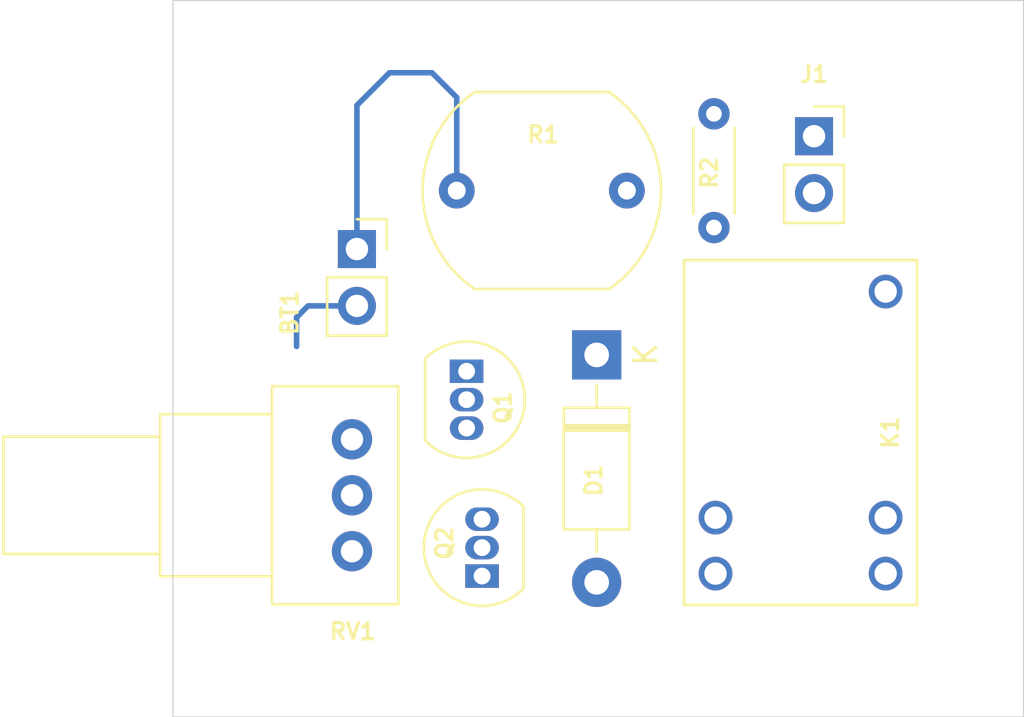
<source format=kicad_pcb>
(kicad_pcb (version 20171130) (host pcbnew "(5.1.12)-1")

  (general
    (thickness 1.6)
    (drawings 5)
    (tracks 8)
    (zones 0)
    (modules 9)
    (nets 9)
  )

  (page A4)
  (layers
    (0 F.Cu signal)
    (31 B.Cu signal)
    (32 B.Adhes user hide)
    (33 F.Adhes user hide)
    (34 B.Paste user hide)
    (35 F.Paste user hide)
    (36 B.SilkS user hide)
    (37 F.SilkS user)
    (38 B.Mask user)
    (39 F.Mask user hide)
    (40 Dwgs.User user hide)
    (41 Cmts.User user hide)
    (42 Eco1.User user hide)
    (43 Eco2.User user hide)
    (44 Edge.Cuts user)
    (45 Margin user hide)
    (46 B.CrtYd user hide)
    (47 F.CrtYd user)
    (48 B.Fab user hide)
    (49 F.Fab user)
  )

  (setup
    (last_trace_width 0.25)
    (trace_clearance 0.2)
    (zone_clearance 0.508)
    (zone_45_only no)
    (trace_min 0.2)
    (via_size 0.8)
    (via_drill 0.4)
    (via_min_size 0.4)
    (via_min_drill 0.3)
    (uvia_size 0.3)
    (uvia_drill 0.1)
    (uvias_allowed no)
    (uvia_min_size 0.2)
    (uvia_min_drill 0.1)
    (edge_width 0.05)
    (segment_width 0.2)
    (pcb_text_width 0.3)
    (pcb_text_size 1.5 1.5)
    (mod_edge_width 0.12)
    (mod_text_size 1 1)
    (mod_text_width 0.15)
    (pad_size 1.524 1.524)
    (pad_drill 0.762)
    (pad_to_mask_clearance 0)
    (aux_axis_origin 0 0)
    (visible_elements 7FFFFFFF)
    (pcbplotparams
      (layerselection 0x010fc_ffffffff)
      (usegerberextensions false)
      (usegerberattributes true)
      (usegerberadvancedattributes true)
      (creategerberjobfile true)
      (excludeedgelayer true)
      (linewidth 0.100000)
      (plotframeref false)
      (viasonmask false)
      (mode 1)
      (useauxorigin false)
      (hpglpennumber 1)
      (hpglpenspeed 20)
      (hpglpendiameter 15.000000)
      (psnegative false)
      (psa4output false)
      (plotreference true)
      (plotvalue true)
      (plotinvisibletext false)
      (padsonsilk false)
      (subtractmaskfromsilk false)
      (outputformat 1)
      (mirror false)
      (drillshape 0)
      (scaleselection 1)
      (outputdirectory "gerber/"))
  )

  (net 0 "")
  (net 1 VCC)
  (net 2 "Net-(D1-Pad2)")
  (net 3 "Net-(J1-Pad2)")
  (net 4 "Net-(J1-Pad1)")
  (net 5 "Net-(K1-Pad12)")
  (net 6 "Net-(Q1-Pad1)")
  (net 7 GND)
  (net 8 "Net-(Q1-Pad2)")

  (net_class Default "This is the default net class."
    (clearance 0.2)
    (trace_width 0.25)
    (via_dia 0.8)
    (via_drill 0.4)
    (uvia_dia 0.3)
    (uvia_drill 0.1)
    (add_net GND)
    (add_net "Net-(D1-Pad2)")
    (add_net "Net-(J1-Pad1)")
    (add_net "Net-(J1-Pad2)")
    (add_net "Net-(K1-Pad12)")
    (add_net "Net-(Q1-Pad1)")
    (add_net "Net-(Q1-Pad2)")
    (add_net VCC)
  )

  (module Potentiometer_THT:Potentiometer_Alps_RK09Y11_Single_Horizontal (layer F.Cu) (tedit 5A3D4993) (tstamp 64E49286)
    (at 200 124.6 180)
    (descr "Potentiometer, horizontal, Alps RK09Y11 Single, http://www.alps.com/prod/info/E/HTML/Potentiometer/RotaryPotentiometers/RK09Y11/RK09Y11_list.html")
    (tags "Potentiometer horizontal Alps RK09Y11 Single")
    (path /64FA29FF)
    (fp_text reference RV1 (at -0.03 -8.58) (layer F.SilkS)
      (effects (font (size 0.72 0.72) (thickness 0.15)))
    )
    (fp_text value 100K (at 3.87 -8.5) (layer F.Fab)
      (effects (font (size 0.72 0.72) (thickness 0.15)))
    )
    (fp_line (start -1.95 -7.25) (end -1.95 2.25) (layer F.Fab) (width 0.1))
    (fp_line (start -1.95 2.25) (end 3.45 2.25) (layer F.Fab) (width 0.1))
    (fp_line (start 3.45 2.25) (end 3.45 -7.25) (layer F.Fab) (width 0.1))
    (fp_line (start 3.45 -7.25) (end -1.95 -7.25) (layer F.Fab) (width 0.1))
    (fp_line (start 3.45 -6) (end 3.45 1) (layer F.Fab) (width 0.1))
    (fp_line (start 3.45 1) (end 8.45 1) (layer F.Fab) (width 0.1))
    (fp_line (start 8.45 1) (end 8.45 -6) (layer F.Fab) (width 0.1))
    (fp_line (start 8.45 -6) (end 3.45 -6) (layer F.Fab) (width 0.1))
    (fp_line (start 8.45 -5) (end 8.45 0) (layer F.Fab) (width 0.1))
    (fp_line (start 8.45 0) (end 15.45 0) (layer F.Fab) (width 0.1))
    (fp_line (start 15.45 0) (end 15.45 -5) (layer F.Fab) (width 0.1))
    (fp_line (start 15.45 -5) (end 8.45 -5) (layer F.Fab) (width 0.1))
    (fp_line (start -2.071 -7.37) (end 3.57 -7.37) (layer F.SilkS) (width 0.12))
    (fp_line (start -2.071 2.37) (end 3.57 2.37) (layer F.SilkS) (width 0.12))
    (fp_line (start -2.071 -7.37) (end -2.071 2.37) (layer F.SilkS) (width 0.12))
    (fp_line (start 3.57 -7.37) (end 3.57 2.37) (layer F.SilkS) (width 0.12))
    (fp_line (start 3.57 -6.12) (end 8.57 -6.12) (layer F.SilkS) (width 0.12))
    (fp_line (start 3.57 1.12) (end 8.57 1.12) (layer F.SilkS) (width 0.12))
    (fp_line (start 3.57 -6.12) (end 3.57 1.12) (layer F.SilkS) (width 0.12))
    (fp_line (start 8.57 -6.12) (end 8.57 1.12) (layer F.SilkS) (width 0.12))
    (fp_line (start 8.57 -5.12) (end 15.57 -5.12) (layer F.SilkS) (width 0.12))
    (fp_line (start 8.57 0.12) (end 15.57 0.12) (layer F.SilkS) (width 0.12))
    (fp_line (start 8.57 -5.12) (end 8.57 0.12) (layer F.SilkS) (width 0.12))
    (fp_line (start 15.57 -5.12) (end 15.57 0.12) (layer F.SilkS) (width 0.12))
    (fp_line (start -2.2 -7.5) (end -2.2 2.5) (layer F.CrtYd) (width 0.05))
    (fp_line (start -2.2 2.5) (end 15.7 2.5) (layer F.CrtYd) (width 0.05))
    (fp_line (start 15.7 2.5) (end 15.7 -7.5) (layer F.CrtYd) (width 0.05))
    (fp_line (start 15.7 -7.5) (end -2.2 -7.5) (layer F.CrtYd) (width 0.05))
    (fp_text user %R (at -0.025 -8.575) (layer F.Fab)
      (effects (font (size 0.72 0.72) (thickness 0.15)))
    )
    (pad 1 thru_hole circle (at 0 0 180) (size 1.8 1.8) (drill 1) (layers *.Cu *.Mask)
      (net 8 "Net-(Q1-Pad2)"))
    (pad 2 thru_hole circle (at 0 -2.5 180) (size 1.8 1.8) (drill 1) (layers *.Cu *.Mask)
      (net 7 GND))
    (pad 3 thru_hole circle (at 0 -5 180) (size 1.8 1.8) (drill 1) (layers *.Cu *.Mask)
      (net 7 GND))
    (model ${KISYS3DMOD}/Potentiometer_THT.3dshapes/Potentiometer_Alps_RK09Y11_Single_Horizontal.wrl
      (at (xyz 0 0 0))
      (scale (xyz 1 1 1))
      (rotate (xyz 0 0 0))
    )
  )

  (module Resistor_THT:R_Axial_DIN0204_L3.6mm_D1.6mm_P5.08mm_Horizontal (layer F.Cu) (tedit 5AE5139B) (tstamp 64E49262)
    (at 216.17 115.14 90)
    (descr "Resistor, Axial_DIN0204 series, Axial, Horizontal, pin pitch=5.08mm, 0.167W, length*diameter=3.6*1.6mm^2, http://cdn-reichelt.de/documents/datenblatt/B400/1_4W%23YAG.pdf")
    (tags "Resistor Axial_DIN0204 series Axial Horizontal pin pitch 5.08mm 0.167W length 3.6mm diameter 1.6mm")
    (path /64FA5FA1)
    (fp_text reference R2 (at 2.45 -0.2 90) (layer F.SilkS)
      (effects (font (size 0.72 0.72) (thickness 0.15)))
    )
    (fp_text value 1k (at 2.54 1.92 90) (layer F.Fab)
      (effects (font (size 0.72 0.72) (thickness 0.15)))
    )
    (fp_line (start 0.74 -0.8) (end 0.74 0.8) (layer F.Fab) (width 0.1))
    (fp_line (start 0.74 0.8) (end 4.34 0.8) (layer F.Fab) (width 0.1))
    (fp_line (start 4.34 0.8) (end 4.34 -0.8) (layer F.Fab) (width 0.1))
    (fp_line (start 4.34 -0.8) (end 0.74 -0.8) (layer F.Fab) (width 0.1))
    (fp_line (start 0 0) (end 0.74 0) (layer F.Fab) (width 0.1))
    (fp_line (start 5.08 0) (end 4.34 0) (layer F.Fab) (width 0.1))
    (fp_line (start 0.62 -0.92) (end 4.46 -0.92) (layer F.SilkS) (width 0.12))
    (fp_line (start 0.62 0.92) (end 4.46 0.92) (layer F.SilkS) (width 0.12))
    (fp_line (start -0.95 -1.05) (end -0.95 1.05) (layer F.CrtYd) (width 0.05))
    (fp_line (start -0.95 1.05) (end 6.03 1.05) (layer F.CrtYd) (width 0.05))
    (fp_line (start 6.03 1.05) (end 6.03 -1.05) (layer F.CrtYd) (width 0.05))
    (fp_line (start 6.03 -1.05) (end -0.95 -1.05) (layer F.CrtYd) (width 0.05))
    (fp_text user %R (at 2.4 -0.2 90) (layer F.Fab)
      (effects (font (size 0.72 0.72) (thickness 0.108)))
    )
    (pad 2 thru_hole oval (at 5.08 0 90) (size 1.4 1.4) (drill 0.7) (layers *.Cu *.Mask)
      (net 6 "Net-(Q1-Pad1)"))
    (pad 1 thru_hole circle (at 0 0 90) (size 1.4 1.4) (drill 0.7) (layers *.Cu *.Mask)
      (net 1 VCC))
    (model ${KISYS3DMOD}/Resistor_THT.3dshapes/R_Axial_DIN0204_L3.6mm_D1.6mm_P5.08mm_Horizontal.wrl
      (at (xyz 0 0 0))
      (scale (xyz 1 1 1))
      (rotate (xyz 0 0 0))
    )
  )

  (module OptoDevice:R_LDR_10x8.5mm_P7.6mm_Vertical (layer F.Cu) (tedit 5B860466) (tstamp 64E4924F)
    (at 204.68 113.49)
    (descr "Resistor, LDR 10x8.5mm")
    (tags "Resistor LDR10.8.5mm")
    (path /64FA203D)
    (fp_text reference R1 (at 3.86 -2.5) (layer F.SilkS)
      (effects (font (size 0.72 0.72) (thickness 0.15)))
    )
    (fp_text value LDR03 (at 4.29 5.32) (layer F.Fab)
      (effects (font (size 0.72 0.72) (thickness 0.15)))
    )
    (fp_line (start 0.8 4.4) (end 6.8 4.4) (layer F.SilkS) (width 0.12))
    (fp_line (start 0.8 -4.4) (end 6.8 -4.4) (layer F.SilkS) (width 0.12))
    (fp_line (start 2.9 -1.8) (end 4.7 -1.8) (layer F.Fab) (width 0.1))
    (fp_line (start 4.7 -1.8) (end 4.7 -1.2) (layer F.Fab) (width 0.1))
    (fp_line (start 4.7 -1.2) (end 2.9 -1.2) (layer F.Fab) (width 0.1))
    (fp_line (start 2.9 -1.2) (end 2.9 -0.6) (layer F.Fab) (width 0.1))
    (fp_line (start 2.9 -0.6) (end 4.7 -0.6) (layer F.Fab) (width 0.1))
    (fp_line (start 4.7 -0.6) (end 4.7 0) (layer F.Fab) (width 0.1))
    (fp_line (start 4.7 0) (end 2.9 0) (layer F.Fab) (width 0.1))
    (fp_line (start 2.9 0) (end 2.9 0.6) (layer F.Fab) (width 0.1))
    (fp_line (start 2.9 0.6) (end 4.7 0.6) (layer F.Fab) (width 0.1))
    (fp_line (start 4.7 0.6) (end 4.7 1.2) (layer F.Fab) (width 0.1))
    (fp_line (start 4.7 1.2) (end 2.9 1.2) (layer F.Fab) (width 0.1))
    (fp_line (start 2.9 1.2) (end 2.9 1.8) (layer F.Fab) (width 0.1))
    (fp_line (start 2.9 1.8) (end 4.7 1.8) (layer F.Fab) (width 0.1))
    (fp_line (start 6.8 4.25) (end 0.8 4.25) (layer F.Fab) (width 0.1))
    (fp_line (start 0.8 -4.25) (end 6.8 -4.25) (layer F.Fab) (width 0.1))
    (fp_line (start -1.65 -4.5) (end 9.25 -4.5) (layer F.CrtYd) (width 0.05))
    (fp_line (start -1.65 -4.5) (end -1.65 4.5) (layer F.CrtYd) (width 0.05))
    (fp_line (start 9.25 4.5) (end 9.25 -4.5) (layer F.CrtYd) (width 0.05))
    (fp_line (start 9.25 4.5) (end -1.65 4.5) (layer F.CrtYd) (width 0.05))
    (fp_arc (start 3.8 0) (end 0.8 4.25) (angle 109) (layer F.Fab) (width 0.1))
    (fp_arc (start 3.8 0) (end 6.8 -4.25) (angle 109) (layer F.Fab) (width 0.1))
    (fp_arc (start 3.8 0) (end 6.8 -4.4) (angle 111) (layer F.SilkS) (width 0.12))
    (fp_arc (start 3.8 0) (end 0.8 4.4) (angle 111) (layer F.SilkS) (width 0.12))
    (fp_text user %R (at 3.8 -2.5) (layer F.Fab)
      (effects (font (size 0.72 0.72) (thickness 0.15)))
    )
    (pad 2 thru_hole circle (at 7.6 0) (size 1.6 1.6) (drill 0.8) (layers *.Cu *.Mask)
      (net 8 "Net-(Q1-Pad2)"))
    (pad 1 thru_hole circle (at 0 0) (size 1.6 1.6) (drill 0.8) (layers *.Cu *.Mask)
      (net 1 VCC))
    (model ${KISYS3DMOD}/OptoDevice.3dshapes/R_LDR_10x8.5mm_P7.6mm_Vertical.wrl
      (at (xyz 0 0 0))
      (scale (xyz 1 1 1))
      (rotate (xyz 0 0 0))
    )
  )

  (module Package_TO_SOT_THT:TO-92_Inline (layer F.Cu) (tedit 5A1DD157) (tstamp 64E4922F)
    (at 205.81 130.71 90)
    (descr "TO-92 leads in-line, narrow, oval pads, drill 0.75mm (see NXP sot054_po.pdf)")
    (tags "to-92 sc-43 sc-43a sot54 PA33 transistor")
    (path /64FA4508)
    (fp_text reference Q2 (at 1.475 -1.675 90) (layer F.SilkS)
      (effects (font (size 0.72 0.72) (thickness 0.15)))
    )
    (fp_text value BC547 (at -2.27 -0.29 180) (layer F.Fab)
      (effects (font (size 0.72 0.72) (thickness 0.15)))
    )
    (fp_line (start -0.53 1.85) (end 3.07 1.85) (layer F.SilkS) (width 0.12))
    (fp_line (start -0.5 1.75) (end 3 1.75) (layer F.Fab) (width 0.1))
    (fp_line (start -1.46 -2.73) (end 4 -2.73) (layer F.CrtYd) (width 0.05))
    (fp_line (start -1.46 -2.73) (end -1.46 2.01) (layer F.CrtYd) (width 0.05))
    (fp_line (start 4 2.01) (end 4 -2.73) (layer F.CrtYd) (width 0.05))
    (fp_line (start 4 2.01) (end -1.46 2.01) (layer F.CrtYd) (width 0.05))
    (fp_arc (start 1.27 0) (end 1.27 -2.6) (angle 135) (layer F.SilkS) (width 0.12))
    (fp_arc (start 1.27 0) (end 1.27 -2.48) (angle -135) (layer F.Fab) (width 0.1))
    (fp_arc (start 1.27 0) (end 1.27 -2.6) (angle -135) (layer F.SilkS) (width 0.12))
    (fp_arc (start 1.27 0) (end 1.27 -2.48) (angle 135) (layer F.Fab) (width 0.1))
    (fp_text user %R (at 1.55 -1.65 90) (layer F.Fab)
      (effects (font (size 0.72 0.72) (thickness 0.15)))
    )
    (pad 1 thru_hole rect (at 0 0 90) (size 1.05 1.5) (drill 0.75) (layers *.Cu *.Mask)
      (net 2 "Net-(D1-Pad2)"))
    (pad 3 thru_hole oval (at 2.54 0 90) (size 1.05 1.5) (drill 0.75) (layers *.Cu *.Mask)
      (net 7 GND))
    (pad 2 thru_hole oval (at 1.27 0 90) (size 1.05 1.5) (drill 0.75) (layers *.Cu *.Mask)
      (net 6 "Net-(Q1-Pad1)"))
    (model ${KISYS3DMOD}/Package_TO_SOT_THT.3dshapes/TO-92_Inline.wrl
      (at (xyz 0 0 0))
      (scale (xyz 1 1 1))
      (rotate (xyz 0 0 0))
    )
  )

  (module Package_TO_SOT_THT:TO-92_Inline (layer F.Cu) (tedit 5A1DD157) (tstamp 64E4921D)
    (at 205.12 121.56 270)
    (descr "TO-92 leads in-line, narrow, oval pads, drill 0.75mm (see NXP sot054_po.pdf)")
    (tags "to-92 sc-43 sc-43a sot54 PA33 transistor")
    (path /64FA32F0)
    (fp_text reference Q1 (at 1.62 -1.62 90) (layer F.SilkS)
      (effects (font (size 0.72 0.72) (thickness 0.15)))
    )
    (fp_text value BC547 (at 4.69 -0.24 180) (layer F.Fab)
      (effects (font (size 0.72 0.72) (thickness 0.15)))
    )
    (fp_line (start -0.53 1.85) (end 3.07 1.85) (layer F.SilkS) (width 0.12))
    (fp_line (start -0.5 1.75) (end 3 1.75) (layer F.Fab) (width 0.1))
    (fp_line (start -1.46 -2.73) (end 4 -2.73) (layer F.CrtYd) (width 0.05))
    (fp_line (start -1.46 -2.73) (end -1.46 2.01) (layer F.CrtYd) (width 0.05))
    (fp_line (start 4 2.01) (end 4 -2.73) (layer F.CrtYd) (width 0.05))
    (fp_line (start 4 2.01) (end -1.46 2.01) (layer F.CrtYd) (width 0.05))
    (fp_arc (start 1.27 0) (end 1.27 -2.6) (angle 135) (layer F.SilkS) (width 0.12))
    (fp_arc (start 1.27 0) (end 1.27 -2.48) (angle -135) (layer F.Fab) (width 0.1))
    (fp_arc (start 1.27 0) (end 1.27 -2.6) (angle -135) (layer F.SilkS) (width 0.12))
    (fp_arc (start 1.27 0) (end 1.27 -2.48) (angle 135) (layer F.Fab) (width 0.1))
    (fp_text user %R (at 1.66 -1.62 90) (layer F.Fab)
      (effects (font (size 0.72 0.72) (thickness 0.15)))
    )
    (pad 1 thru_hole rect (at 0 0 270) (size 1.05 1.5) (drill 0.75) (layers *.Cu *.Mask)
      (net 6 "Net-(Q1-Pad1)"))
    (pad 3 thru_hole oval (at 2.54 0 270) (size 1.05 1.5) (drill 0.75) (layers *.Cu *.Mask)
      (net 7 GND))
    (pad 2 thru_hole oval (at 1.27 0 270) (size 1.05 1.5) (drill 0.75) (layers *.Cu *.Mask)
      (net 8 "Net-(Q1-Pad2)"))
    (model ${KISYS3DMOD}/Package_TO_SOT_THT.3dshapes/TO-92_Inline.wrl
      (at (xyz 0 0 0))
      (scale (xyz 1 1 1))
      (rotate (xyz 0 0 0))
    )
  )

  (module 6-1419130-5:TE_6-1419130-5 (layer F.Cu) (tedit 64E4BD37) (tstamp 64E4920B)
    (at 220.04 124.3 90)
    (path /64F9D984)
    (fp_text reference K1 (at 0 4 90) (layer F.SilkS)
      (effects (font (size 0.72 0.72) (thickness 0.15)))
    )
    (fp_text value 6-1419130-5 (at 3.3 7.25 90) (layer F.Fab)
      (effects (font (size 0.72 0.72) (thickness 0.15)))
    )
    (fp_line (start -7.7 -5.2) (end 7.7 -5.2) (layer F.SilkS) (width 0.127))
    (fp_line (start 7.7 -5.2) (end 7.7 5.2) (layer F.SilkS) (width 0.127))
    (fp_line (start 7.7 5.2) (end -7.7 5.2) (layer F.SilkS) (width 0.127))
    (fp_line (start -7.7 5.2) (end -7.7 -5.2) (layer F.SilkS) (width 0.127))
    (fp_line (start -7.7 5.2) (end 7.7 5.2) (layer F.Fab) (width 0.127))
    (fp_line (start 7.7 5.2) (end 7.7 -5.2) (layer F.Fab) (width 0.127))
    (fp_line (start 7.7 -5.2) (end -7.7 -5.2) (layer F.Fab) (width 0.127))
    (fp_line (start -7.7 -5.2) (end -7.7 5.2) (layer F.Fab) (width 0.127))
    (fp_line (start -7.95 5.45) (end 7.95 5.45) (layer F.CrtYd) (width 0.05))
    (fp_line (start 7.95 5.45) (end 7.95 -5.45) (layer F.CrtYd) (width 0.05))
    (fp_line (start 7.95 -5.45) (end -7.95 -5.45) (layer F.CrtYd) (width 0.05))
    (fp_line (start -7.95 -5.45) (end -7.95 5.45) (layer F.CrtYd) (width 0.05))
    (pad 12 thru_hole circle (at -6.3 -3.8 90) (size 1.508 1.508) (drill 1) (layers *.Cu *.Mask)
      (net 5 "Net-(K1-Pad12)"))
    (pad 14 thru_hole circle (at -3.8 -3.8 90) (size 1.508 1.508) (drill 1) (layers *.Cu *.Mask)
      (net 3 "Net-(J1-Pad2)"))
    (pad A1 thru_hole circle (at -6.3 3.8 90) (size 1.508 1.508) (drill 1) (layers *.Cu *.Mask)
      (net 2 "Net-(D1-Pad2)"))
    (pad A2 thru_hole circle (at -3.8 3.8 90) (size 1.508 1.508) (drill 1) (layers *.Cu *.Mask)
      (net 1 VCC))
    (pad 11 thru_hole circle (at 6.3 3.8 90) (size 1.508 1.508) (drill 1) (layers *.Cu *.Mask)
      (net 4 "Net-(J1-Pad1)"))
  )

  (module Connector_PinSocket_2.54mm:PinSocket_1x02_P2.54mm_Vertical (layer F.Cu) (tedit 5A19A420) (tstamp 64E491F6)
    (at 220.64 111.06)
    (descr "Through hole straight socket strip, 1x02, 2.54mm pitch, single row (from Kicad 4.0.7), script generated")
    (tags "Through hole socket strip THT 1x02 2.54mm single row")
    (path /64FA6781)
    (fp_text reference J1 (at 0 -2.77) (layer F.SilkS)
      (effects (font (size 0.72 0.72) (thickness 0.15)))
    )
    (fp_text value Conn_01x02_Male (at 0.65 6.05) (layer F.Fab)
      (effects (font (size 0.72 0.72) (thickness 0.15)))
    )
    (fp_line (start -1.27 -1.27) (end 0.635 -1.27) (layer F.Fab) (width 0.1))
    (fp_line (start 0.635 -1.27) (end 1.27 -0.635) (layer F.Fab) (width 0.1))
    (fp_line (start 1.27 -0.635) (end 1.27 3.81) (layer F.Fab) (width 0.1))
    (fp_line (start 1.27 3.81) (end -1.27 3.81) (layer F.Fab) (width 0.1))
    (fp_line (start -1.27 3.81) (end -1.27 -1.27) (layer F.Fab) (width 0.1))
    (fp_line (start -1.33 1.27) (end 1.33 1.27) (layer F.SilkS) (width 0.12))
    (fp_line (start -1.33 1.27) (end -1.33 3.87) (layer F.SilkS) (width 0.12))
    (fp_line (start -1.33 3.87) (end 1.33 3.87) (layer F.SilkS) (width 0.12))
    (fp_line (start 1.33 1.27) (end 1.33 3.87) (layer F.SilkS) (width 0.12))
    (fp_line (start 1.33 -1.33) (end 1.33 0) (layer F.SilkS) (width 0.12))
    (fp_line (start 0 -1.33) (end 1.33 -1.33) (layer F.SilkS) (width 0.12))
    (fp_line (start -1.8 -1.8) (end 1.75 -1.8) (layer F.CrtYd) (width 0.05))
    (fp_line (start 1.75 -1.8) (end 1.75 4.3) (layer F.CrtYd) (width 0.05))
    (fp_line (start 1.75 4.3) (end -1.8 4.3) (layer F.CrtYd) (width 0.05))
    (fp_line (start -1.8 4.3) (end -1.8 -1.8) (layer F.CrtYd) (width 0.05))
    (fp_text user %R (at -0.18 1.26 90) (layer F.Fab)
      (effects (font (size 1 1) (thickness 0.15)))
    )
    (pad 2 thru_hole oval (at 0 2.54) (size 1.7 1.7) (drill 1) (layers *.Cu *.Mask)
      (net 3 "Net-(J1-Pad2)"))
    (pad 1 thru_hole rect (at 0 0) (size 1.7 1.7) (drill 1) (layers *.Cu *.Mask)
      (net 4 "Net-(J1-Pad1)"))
    (model ${KISYS3DMOD}/Connector_PinSocket_2.54mm.3dshapes/PinSocket_1x02_P2.54mm_Vertical.wrl
      (at (xyz 0 0 0))
      (scale (xyz 1 1 1))
      (rotate (xyz 0 0 0))
    )
  )

  (module Diode_THT:D_DO-41_SOD81_P10.16mm_Horizontal (layer F.Cu) (tedit 5AE50CD5) (tstamp 64E491E0)
    (at 210.93 120.83 270)
    (descr "Diode, DO-41_SOD81 series, Axial, Horizontal, pin pitch=10.16mm, , length*diameter=5.2*2.7mm^2, , http://www.diodes.com/_files/packages/DO-41%20(Plastic).pdf")
    (tags "Diode DO-41_SOD81 series Axial Horizontal pin pitch 10.16mm  length 5.2mm diameter 2.7mm")
    (path /64FB4D6A)
    (fp_text reference D1 (at 5.6 0.13 90) (layer F.SilkS)
      (effects (font (size 0.72 0.72) (thickness 0.15)))
    )
    (fp_text value 1N4007 (at 2.02 2.49 90) (layer F.Fab)
      (effects (font (size 0.72 0.72) (thickness 0.15)))
    )
    (fp_line (start 2.48 -1.35) (end 2.48 1.35) (layer F.Fab) (width 0.1))
    (fp_line (start 2.48 1.35) (end 7.68 1.35) (layer F.Fab) (width 0.1))
    (fp_line (start 7.68 1.35) (end 7.68 -1.35) (layer F.Fab) (width 0.1))
    (fp_line (start 7.68 -1.35) (end 2.48 -1.35) (layer F.Fab) (width 0.1))
    (fp_line (start 0 0) (end 2.48 0) (layer F.Fab) (width 0.1))
    (fp_line (start 10.16 0) (end 7.68 0) (layer F.Fab) (width 0.1))
    (fp_line (start 3.26 -1.35) (end 3.26 1.35) (layer F.Fab) (width 0.1))
    (fp_line (start 3.36 -1.35) (end 3.36 1.35) (layer F.Fab) (width 0.1))
    (fp_line (start 3.16 -1.35) (end 3.16 1.35) (layer F.Fab) (width 0.1))
    (fp_line (start 2.36 -1.47) (end 2.36 1.47) (layer F.SilkS) (width 0.12))
    (fp_line (start 2.36 1.47) (end 7.8 1.47) (layer F.SilkS) (width 0.12))
    (fp_line (start 7.8 1.47) (end 7.8 -1.47) (layer F.SilkS) (width 0.12))
    (fp_line (start 7.8 -1.47) (end 2.36 -1.47) (layer F.SilkS) (width 0.12))
    (fp_line (start 1.34 0) (end 2.36 0) (layer F.SilkS) (width 0.12))
    (fp_line (start 8.82 0) (end 7.8 0) (layer F.SilkS) (width 0.12))
    (fp_line (start 3.26 -1.47) (end 3.26 1.47) (layer F.SilkS) (width 0.12))
    (fp_line (start 3.38 -1.47) (end 3.38 1.47) (layer F.SilkS) (width 0.12))
    (fp_line (start 3.14 -1.47) (end 3.14 1.47) (layer F.SilkS) (width 0.12))
    (fp_line (start -1.35 -1.6) (end -1.35 1.6) (layer F.CrtYd) (width 0.05))
    (fp_line (start -1.35 1.6) (end 11.51 1.6) (layer F.CrtYd) (width 0.05))
    (fp_line (start 11.51 1.6) (end 11.51 -1.6) (layer F.CrtYd) (width 0.05))
    (fp_line (start 11.51 -1.6) (end -1.35 -1.6) (layer F.CrtYd) (width 0.05))
    (fp_text user K (at -0.02 -2.19 90) (layer F.SilkS)
      (effects (font (size 1 1) (thickness 0.15)))
    )
    (fp_text user K (at 0 -2.1 90) (layer F.Fab)
      (effects (font (size 1 1) (thickness 0.15)))
    )
    (fp_text user %R (at 5.64 0.17 90) (layer F.Fab)
      (effects (font (size 0.72 0.72) (thickness 0.15)))
    )
    (pad 2 thru_hole oval (at 10.16 0 270) (size 2.2 2.2) (drill 1.1) (layers *.Cu *.Mask)
      (net 2 "Net-(D1-Pad2)"))
    (pad 1 thru_hole rect (at 0 0 270) (size 2.2 2.2) (drill 1.1) (layers *.Cu *.Mask)
      (net 1 VCC))
    (model ${KISYS3DMOD}/Diode_THT.3dshapes/D_DO-41_SOD81_P10.16mm_Horizontal.wrl
      (at (xyz 0 0 0))
      (scale (xyz 1 1 1))
      (rotate (xyz 0 0 0))
    )
  )

  (module Connector_PinSocket_2.54mm:PinSocket_1x02_P2.54mm_Vertical (layer F.Cu) (tedit 5A19A420) (tstamp 64E491C1)
    (at 200.22 116.1)
    (descr "Through hole straight socket strip, 1x02, 2.54mm pitch, single row (from Kicad 4.0.7), script generated")
    (tags "Through hole socket strip THT 1x02 2.54mm single row")
    (path /64FA14C3)
    (fp_text reference BT1 (at -3 2.85 90) (layer F.SilkS)
      (effects (font (size 0.72 0.72) (thickness 0.15)))
    )
    (fp_text value 9V (at -0.91 5.04) (layer F.Fab)
      (effects (font (size 0.72 0.72) (thickness 0.15)))
    )
    (fp_line (start -1.27 -1.27) (end 0.635 -1.27) (layer F.Fab) (width 0.1))
    (fp_line (start 0.635 -1.27) (end 1.27 -0.635) (layer F.Fab) (width 0.1))
    (fp_line (start 1.27 -0.635) (end 1.27 3.81) (layer F.Fab) (width 0.1))
    (fp_line (start 1.27 3.81) (end -1.27 3.81) (layer F.Fab) (width 0.1))
    (fp_line (start -1.27 3.81) (end -1.27 -1.27) (layer F.Fab) (width 0.1))
    (fp_line (start -1.33 1.27) (end 1.33 1.27) (layer F.SilkS) (width 0.12))
    (fp_line (start -1.33 1.27) (end -1.33 3.87) (layer F.SilkS) (width 0.12))
    (fp_line (start -1.33 3.87) (end 1.33 3.87) (layer F.SilkS) (width 0.12))
    (fp_line (start 1.33 1.27) (end 1.33 3.87) (layer F.SilkS) (width 0.12))
    (fp_line (start 1.33 -1.33) (end 1.33 0) (layer F.SilkS) (width 0.12))
    (fp_line (start 0 -1.33) (end 1.33 -1.33) (layer F.SilkS) (width 0.12))
    (fp_line (start -1.8 -1.8) (end 1.75 -1.8) (layer F.CrtYd) (width 0.05))
    (fp_line (start 1.75 -1.8) (end 1.75 4.3) (layer F.CrtYd) (width 0.05))
    (fp_line (start 1.75 4.3) (end -1.8 4.3) (layer F.CrtYd) (width 0.05))
    (fp_line (start -1.8 4.3) (end -1.8 -1.8) (layer F.CrtYd) (width 0.05))
    (fp_text user %R (at -0.05 1.27 90) (layer F.Fab)
      (effects (font (size 1 1) (thickness 0.15)))
    )
    (pad 2 thru_hole oval (at 0 2.54) (size 1.7 1.7) (drill 1) (layers *.Cu *.Mask)
      (net 7 GND))
    (pad 1 thru_hole rect (at 0 0) (size 1.7 1.7) (drill 1) (layers *.Cu *.Mask)
      (net 1 VCC))
    (model ${KISYS3DMOD}/Connector_PinSocket_2.54mm.3dshapes/PinSocket_1x02_P2.54mm_Vertical.wrl
      (at (xyz 0 0 0))
      (scale (xyz 1 1 1))
      (rotate (xyz 0 0 0))
    )
  )

  (gr_line (start 192 105) (end 192 107) (layer Edge.Cuts) (width 0.05) (tstamp 64E4FBF2))
  (gr_line (start 230 105) (end 192 105) (layer Edge.Cuts) (width 0.05))
  (gr_line (start 230 137) (end 230 105) (layer Edge.Cuts) (width 0.05))
  (gr_line (start 192 137) (end 230 137) (layer Edge.Cuts) (width 0.05))
  (gr_line (start 192 107) (end 192 137) (layer Edge.Cuts) (width 0.05))

  (segment (start 200.22 116.1) (end 200.22 109.68) (width 0.25) (layer B.Cu) (net 1))
  (segment (start 200.22 109.68) (end 201.675 108.225) (width 0.25) (layer B.Cu) (net 1))
  (segment (start 201.675 108.225) (end 203.575 108.225) (width 0.25) (layer B.Cu) (net 1))
  (segment (start 204.68 109.33) (end 204.68 113.49) (width 0.25) (layer B.Cu) (net 1))
  (segment (start 203.575 108.225) (end 204.68 109.33) (width 0.25) (layer B.Cu) (net 1))
  (segment (start 200.22 118.64) (end 198.035 118.64) (width 0.25) (layer B.Cu) (net 7))
  (segment (start 198.035 118.64) (end 197.525 119.15) (width 0.25) (layer B.Cu) (net 7))
  (segment (start 197.525 119.15) (end 197.525 120.45) (width 0.25) (layer B.Cu) (net 7))

)

</source>
